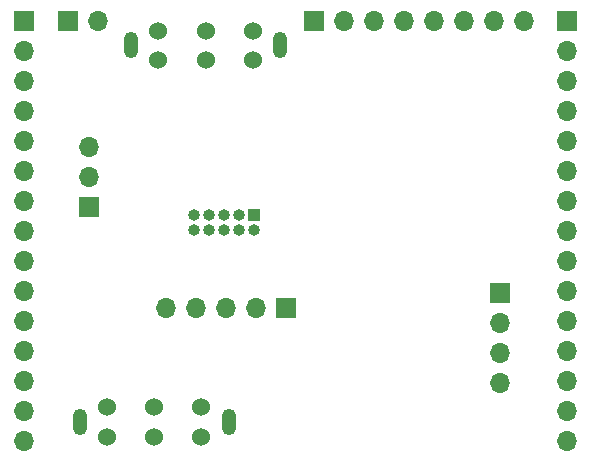
<source format=gbr>
%TF.GenerationSoftware,KiCad,Pcbnew,(5.1.8)-1*%
%TF.CreationDate,2021-06-10T03:31:17+02:00*%
%TF.ProjectId,GD32F190-dev-brd,47443332-4631-4393-902d-6465762d6272,rev?*%
%TF.SameCoordinates,Original*%
%TF.FileFunction,Soldermask,Bot*%
%TF.FilePolarity,Negative*%
%FSLAX46Y46*%
G04 Gerber Fmt 4.6, Leading zero omitted, Abs format (unit mm)*
G04 Created by KiCad (PCBNEW (5.1.8)-1) date 2021-06-10 03:31:17*
%MOMM*%
%LPD*%
G01*
G04 APERTURE LIST*
%ADD10R,1.700000X1.700000*%
%ADD11O,1.700000X1.700000*%
%ADD12C,1.524000*%
%ADD13O,1.250000X2.250000*%
%ADD14R,1.000000X1.000000*%
%ADD15O,1.000000X1.000000*%
G04 APERTURE END LIST*
D10*
%TO.C,J9*%
X105450000Y-115750000D03*
D11*
X105450000Y-113210000D03*
X105450000Y-110670000D03*
%TD*%
D10*
%TO.C,J4*%
X140270000Y-123060000D03*
D11*
X140270000Y-125600000D03*
X140270000Y-128140000D03*
X140270000Y-130680000D03*
%TD*%
D10*
%TO.C,J5*%
X122150000Y-124320000D03*
D11*
X119610000Y-124320000D03*
X117070000Y-124320000D03*
X114530000Y-124320000D03*
X111990000Y-124320000D03*
%TD*%
D12*
%TO.C,SW1*%
X115010000Y-135210000D03*
X111010000Y-135210000D03*
X107010000Y-135210000D03*
X115010000Y-132710000D03*
X111010000Y-132710000D03*
X107010000Y-132710000D03*
D13*
X104710000Y-133960000D03*
X117310000Y-133960000D03*
%TD*%
%TO.C,SW3*%
X109060000Y-102060000D03*
X121660000Y-102060000D03*
D12*
X119360000Y-103310000D03*
X115360000Y-103310000D03*
X111360000Y-103310000D03*
X119360000Y-100810000D03*
X115360000Y-100810000D03*
X111360000Y-100810000D03*
%TD*%
D10*
%TO.C,J7*%
X124570000Y-100000000D03*
D11*
X127110000Y-100000000D03*
X129650000Y-100000000D03*
X132190000Y-100000000D03*
X134730000Y-100000000D03*
X137270000Y-100000000D03*
X139810000Y-100000000D03*
X142350000Y-100000000D03*
%TD*%
D10*
%TO.C,J2*%
X100000000Y-100000000D03*
D11*
X100000000Y-102540000D03*
X100000000Y-105080000D03*
X100000000Y-107620000D03*
X100000000Y-110160000D03*
X100000000Y-112700000D03*
X100000000Y-115240000D03*
X100000000Y-117780000D03*
X100000000Y-120320000D03*
X100000000Y-122860000D03*
X100000000Y-125400000D03*
X100000000Y-127940000D03*
X100000000Y-130480000D03*
X100000000Y-133020000D03*
X100000000Y-135560000D03*
%TD*%
%TO.C,J3*%
X146000000Y-135560000D03*
X146000000Y-133020000D03*
X146000000Y-130480000D03*
X146000000Y-127940000D03*
X146000000Y-125400000D03*
X146000000Y-122860000D03*
X146000000Y-120320000D03*
X146000000Y-117780000D03*
X146000000Y-115240000D03*
X146000000Y-112700000D03*
X146000000Y-110160000D03*
X146000000Y-107620000D03*
X146000000Y-105080000D03*
X146000000Y-102540000D03*
D10*
X146000000Y-100000000D03*
%TD*%
%TO.C,J8*%
X103690000Y-100000000D03*
D11*
X106230000Y-100000000D03*
%TD*%
D14*
%TO.C,J6*%
X119450000Y-116460000D03*
D15*
X119450000Y-117730000D03*
X118180000Y-116460000D03*
X118180000Y-117730000D03*
X116910000Y-116460000D03*
X116910000Y-117730000D03*
X115640000Y-116460000D03*
X115640000Y-117730000D03*
X114370000Y-116460000D03*
X114370000Y-117730000D03*
%TD*%
M02*

</source>
